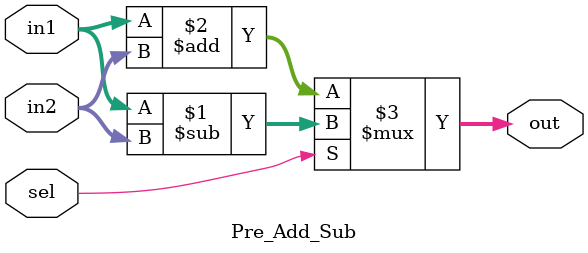
<source format=v>
module Pre_Add_Sub #(
    parameter WIDTH = 18 // Width of the input and output ports
) (
    input [WIDTH-1:0]   in1,
    input [WIDTH-1:0]   in2,
    input               sel, // Select signal for addition or subtraction
    output [WIDTH-1:0]  out
);

assign out = (sel) ? (in1 - in2) : (in1 + in2);
endmodule
</source>
